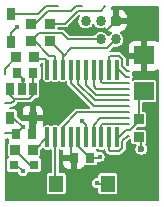
<source format=gtl>
%TF.GenerationSoftware,KiCad,Pcbnew,9.0.4*%
%TF.CreationDate,2025-10-01T23:03:38+01:00*%
%TF.ProjectId,vm_light_sensor,766d5f6c-6967-4687-945f-73656e736f72,0.4*%
%TF.SameCoordinates,PX510ff40PY47868c0*%
%TF.FileFunction,Copper,L1,Top*%
%TF.FilePolarity,Positive*%
%FSLAX45Y45*%
G04 Gerber Fmt 4.5, Leading zero omitted, Abs format (unit mm)*
G04 Created by KiCad (PCBNEW 9.0.4) date 2025-10-01 23:03:38*
%MOMM*%
%LPD*%
G01*
G04 APERTURE LIST*
G04 Aperture macros list*
%AMRoundRect*
0 Rectangle with rounded corners*
0 $1 Rounding radius*
0 $2 $3 $4 $5 $6 $7 $8 $9 X,Y pos of 4 corners*
0 Add a 4 corners polygon primitive as box body*
4,1,4,$2,$3,$4,$5,$6,$7,$8,$9,$2,$3,0*
0 Add four circle primitives for the rounded corners*
1,1,$1+$1,$2,$3*
1,1,$1+$1,$4,$5*
1,1,$1+$1,$6,$7*
1,1,$1+$1,$8,$9*
0 Add four rect primitives between the rounded corners*
20,1,$1+$1,$2,$3,$4,$5,0*
20,1,$1+$1,$4,$5,$6,$7,0*
20,1,$1+$1,$6,$7,$8,$9,0*
20,1,$1+$1,$8,$9,$2,$3,0*%
G04 Aperture macros list end*
%TA.AperFunction,SMDPad,CuDef*%
%ADD10C,0.125000*%
%TD*%
%TA.AperFunction,ComponentPad*%
%ADD11RoundRect,0.172720X-0.259080X-0.259080X0.259080X-0.259080X0.259080X0.259080X-0.259080X0.259080X0*%
%TD*%
%TA.AperFunction,ComponentPad*%
%ADD12C,0.863600*%
%TD*%
%TA.AperFunction,SMDPad,CuDef*%
%ADD13R,0.860000X0.810000*%
%TD*%
%TA.AperFunction,SMDPad,CuDef*%
%ADD14R,0.700000X1.000000*%
%TD*%
%TA.AperFunction,SMDPad,CuDef*%
%ADD15R,0.800000X0.800000*%
%TD*%
%TA.AperFunction,SMDPad,CuDef*%
%ADD16R,0.800000X0.900000*%
%TD*%
%TA.AperFunction,SMDPad,CuDef*%
%ADD17O,0.360000X1.740000*%
%TD*%
%TA.AperFunction,SMDPad,CuDef*%
%ADD18R,1.230000X1.360000*%
%TD*%
%TA.AperFunction,SMDPad,CuDef*%
%ADD19R,1.800000X1.630000*%
%TD*%
%TA.AperFunction,SMDPad,CuDef*%
%ADD20R,0.810000X0.860000*%
%TD*%
%TA.AperFunction,SMDPad,CuDef*%
%ADD21R,0.750000X1.000000*%
%TD*%
%TA.AperFunction,ViaPad*%
%ADD22C,0.450000*%
%TD*%
%TA.AperFunction,ViaPad*%
%ADD23C,0.600000*%
%TD*%
%TA.AperFunction,Conductor*%
%ADD24C,0.200000*%
%TD*%
G04 APERTURE END LIST*
D10*
%TO.P,GS5,1,SWDIO~^*%
%TO.N,Net-(GS5-SWDIO~^)*%
X200000Y825000D03*
%TD*%
%TO.P,GS3,1,JD_DATA*%
%TO.N,Net-(GS3-JD_DATA)*%
X-650000Y250000D03*
%TD*%
D11*
%TO.P,J1,1,Vcc*%
%TO.N,+3V3*%
X287500Y700000D03*
D12*
%TO.P,J1,2,SWDIO*%
%TO.N,/SWDIO*%
X287500Y542520D03*
%TO.P,J1,3,GND*%
%TO.N,GND*%
X160500Y700000D03*
%TO.P,J1,4,SWDCLK*%
%TO.N,/SWCLK*%
X160500Y542520D03*
%TO.P,J1,5,~{RESET}*%
%TO.N,/nRESET*%
X33500Y700000D03*
%TD*%
D13*
%TO.P,R7,1*%
%TO.N,/SWDIO*%
X-270000Y525000D03*
%TO.P,R7,2*%
%TO.N,Net-(GS5-SWDIO~^)*%
X-270000Y675000D03*
%TD*%
D10*
%TO.P,GS4,1,SWCLK*%
%TO.N,Net-(GS4-SWCLK)*%
X0Y825000D03*
%TD*%
D14*
%TO.P,U2,1,IN*%
%TO.N,JD_PWR*%
X-415000Y120000D03*
%TO.P,U2,2,GND*%
%TO.N,GND*%
X-510000Y120000D03*
%TO.P,U2,3,EN*%
%TO.N,JD_PWR*%
X-605000Y120000D03*
%TO.P,U2,4,N/C*%
%TO.N,GND*%
X-605000Y-120000D03*
%TO.P,U2,5,OUT*%
%TO.N,+3V3*%
X-415000Y-120000D03*
%TD*%
D10*
%TO.P,GS6,1,RESET*%
%TO.N,Net-(D2-K)*%
X-200000Y825000D03*
%TD*%
D15*
%TO.P,D1,1*%
%TO.N,Net-(D1-Pad1)*%
X-405000Y-520000D03*
%TO.P,D1,2*%
%TO.N,GND*%
X-575000Y-520000D03*
%TD*%
D13*
%TO.P,R6,1*%
%TO.N,/SWCLK*%
X-430000Y525000D03*
%TO.P,R6,2*%
%TO.N,Net-(GS4-SWCLK)*%
X-430000Y675000D03*
%TD*%
D16*
%TO.P,C3,1*%
%TO.N,+3V3*%
X-420000Y-260000D03*
%TO.P,C3,2*%
%TO.N,GND*%
X-560000Y-260000D03*
%TD*%
D17*
%TO.P,U1,1,PB7/PB8*%
%TO.N,/JD_STATUS*%
X-291000Y-287000D03*
%TO.P,U1,2,PB9/PC14-OSC32_IN*%
%TO.N,/nFLASH*%
X-226000Y-287000D03*
%TO.P,U1,3,PC15-OSC32_OUT*%
%TO.N,unconnected-(U1-PC15-OSC32_OUT-Pad3)*%
X-161000Y-287000D03*
%TO.P,U1,4,VDD/VDDA*%
%TO.N,+3V3*%
X-96000Y-287000D03*
%TO.P,U1,5,VSS/VSSA*%
%TO.N,GND*%
X-30000Y-287000D03*
%TO.P,U1,6,NRST*%
%TO.N,/nRESET*%
X35000Y-287000D03*
%TO.P,U1,7,PA0*%
%TO.N,unconnected-(U1-PA0-Pad7)*%
X100000Y-287000D03*
%TO.P,U1,8,PA1*%
%TO.N,unconnected-(U1-PA1-Pad8)*%
X165000Y-287000D03*
%TO.P,U1,9,PA2*%
%TO.N,unconnected-(U1-PA2-Pad9)*%
X230000Y-287000D03*
%TO.P,U1,10,PA3*%
%TO.N,/LIGHT_LEVEL*%
X295000Y-287000D03*
%TO.P,U1,11,PA4*%
%TO.N,unconnected-(U1-PA4-Pad11)*%
X295000Y287000D03*
%TO.P,U1,12,PA5*%
%TO.N,unconnected-(U1-PA5-Pad12)*%
X230000Y287000D03*
%TO.P,U1,13,PA6*%
%TO.N,unconnected-(U1-PA6-Pad13)*%
X165000Y287000D03*
%TO.P,U1,14,PA7*%
%TO.N,unconnected-(U1-PA7-Pad14)*%
X100000Y287000D03*
%TO.P,U1,15,PB0/PB1/PB2/PA8*%
%TO.N,unconnected-(U1-PB0{slash}PB1{slash}PB2{slash}PA8-Pad15)*%
X35000Y287000D03*
%TO.P,U1,16,PA11[PA9]*%
%TO.N,unconnected-(U1-PA11[PA9]-Pad16)*%
X-30000Y287000D03*
%TO.P,U1,17,PA12[PA10]*%
%TO.N,unconnected-(U1-PA12[PA10]-Pad17)*%
X-96000Y287000D03*
%TO.P,U1,18,PA13*%
%TO.N,/SWDIO*%
X-161000Y287000D03*
%TO.P,U1,19,PA15/PA14-BOOT0*%
%TO.N,/SWCLK*%
X-226000Y287000D03*
%TO.P,U1,20,PB3/PB4/PB5/PB6*%
%TO.N,/JD_DATA_MCU*%
X-291000Y287000D03*
%TD*%
D18*
%TO.P,SW1,1,1*%
%TO.N,GND*%
X220000Y-680000D03*
%TO.P,SW1,2,2*%
%TO.N,/nFLASH*%
X-216000Y-680000D03*
%TD*%
D10*
%TO.P,GS2,1,GND*%
%TO.N,GND*%
X-650000Y-250000D03*
%TD*%
D19*
%TO.P,Q1,1,C*%
%TO.N,+3V3*%
X528000Y406000D03*
%TO.P,Q1,2,E*%
%TO.N,/LIGHT_LEVEL*%
X528000Y102000D03*
%TD*%
D20*
%TO.P,R5,1*%
%TO.N,/JD_DATA_MCU*%
X-405000Y390000D03*
%TO.P,R5,2*%
%TO.N,Net-(GS3-JD_DATA)*%
X-555000Y390000D03*
%TD*%
D13*
%TO.P,R2,1*%
%TO.N,GND*%
X483290Y-285000D03*
%TO.P,R2,2*%
%TO.N,/LIGHT_LEVEL*%
X483290Y-135000D03*
%TD*%
D16*
%TO.P,C1,1*%
%TO.N,+3V3*%
X-70000Y-460000D03*
%TO.P,C1,2*%
%TO.N,GND*%
X70000Y-460000D03*
%TD*%
D10*
%TO.P,GS1,1,JD_PWR*%
%TO.N,JD_PWR*%
X-650000Y0D03*
%TD*%
D16*
%TO.P,C2,1*%
%TO.N,JD_PWR*%
X-410000Y260000D03*
%TO.P,C2,2*%
%TO.N,GND*%
X-550000Y260000D03*
%TD*%
D20*
%TO.P,R1,1*%
%TO.N,/JD_STATUS*%
X-415000Y-390000D03*
%TO.P,R1,2*%
%TO.N,Net-(D1-Pad1)*%
X-565000Y-390000D03*
%TD*%
D21*
%TO.P,D2,1,K*%
%TO.N,Net-(D2-K)*%
X-600000Y757000D03*
%TO.P,D2,2,A*%
%TO.N,/nRESET*%
X-600000Y523000D03*
%TD*%
D22*
%TO.N,GND*%
X-500000Y200000D03*
X150000Y-450000D03*
X-500000Y-575000D03*
X125000Y-675000D03*
X-500000Y-200000D03*
D23*
X503290Y-385000D03*
D22*
%TO.N,+3V3*%
X-160000Y30000D03*
X-87500Y615800D03*
X-70000Y-600000D03*
%TO.N,/nRESET*%
X0Y-150000D03*
X-550000Y650000D03*
%TD*%
D24*
%TO.N,GND*%
X-500000Y200000D02*
X-500000Y210000D01*
X130000Y-680000D02*
X125000Y-675000D01*
X-605000Y-120000D02*
X-580000Y-120000D01*
X-500000Y-200000D02*
X-560000Y-260000D01*
X503290Y-305000D02*
X483290Y-285000D01*
X-580000Y-120000D02*
X-500000Y-200000D01*
X503290Y-385000D02*
X503290Y-305000D01*
X-500000Y130000D02*
X-510000Y120000D01*
X-555000Y-520000D02*
X-500000Y-575000D01*
X70000Y-460000D02*
X140000Y-460000D01*
X-30000Y-360000D02*
X70000Y-460000D01*
X-650000Y-250000D02*
X-570000Y-250000D01*
X-500000Y210000D02*
X-550000Y260000D01*
X-30000Y-287000D02*
X-30000Y-360000D01*
X-500000Y200000D02*
X-500000Y130000D01*
X-575000Y-520000D02*
X-555000Y-520000D01*
X-570000Y-250000D02*
X-560000Y-260000D01*
X220000Y-680000D02*
X130000Y-680000D01*
X140000Y-460000D02*
X150000Y-450000D01*
%TO.N,+3V3*%
X-415000Y-120000D02*
X-415000Y-255000D01*
X203300Y615800D02*
X-87500Y615800D01*
X287500Y700000D02*
X203300Y615800D01*
X-96000Y-434000D02*
X-70000Y-460000D01*
X-96000Y-287000D02*
X-96000Y-434000D01*
X-415000Y-255000D02*
X-420000Y-260000D01*
X-395000Y-115000D02*
X-395000Y-120000D01*
%TO.N,Net-(D1-Pad1)*%
X-435000Y-520000D02*
X-405000Y-520000D01*
X-565000Y-390000D02*
X-435000Y-520000D01*
%TO.N,/SWDIO*%
X211610Y466630D02*
X-88370Y466630D01*
X287500Y542520D02*
X211610Y466630D01*
X-270000Y525000D02*
X-161000Y416000D01*
X-88370Y466630D02*
X-161000Y394000D01*
X-161000Y394000D02*
X-161000Y287000D01*
X-161000Y416000D02*
X-161000Y287000D01*
%TO.N,/SWCLK*%
X-359400Y595600D02*
X-430000Y525000D01*
X-116766Y542520D02*
X160500Y542520D01*
X-226000Y394000D02*
X-226000Y287000D01*
X-275400Y404100D02*
X-236100Y404100D01*
X-396300Y525000D02*
X-275400Y404100D01*
X-410000Y525000D02*
X-396300Y525000D01*
X-236100Y404100D02*
X-226000Y394000D01*
X-169846Y595600D02*
X-359400Y595600D01*
X-169846Y595600D02*
X-116766Y542520D01*
%TO.N,/nRESET*%
X35000Y-287000D02*
X35000Y-185000D01*
X35000Y-185000D02*
X0Y-150000D01*
X-600000Y600000D02*
X-550000Y650000D01*
X-600000Y523000D02*
X-600000Y600000D01*
%TO.N,/JD_STATUS*%
X-415000Y-390000D02*
X-394000Y-390000D01*
X-394000Y-390000D02*
X-291000Y-287000D01*
%TO.N,/nFLASH*%
X-226000Y-287000D02*
X-226000Y-670000D01*
X-226000Y-670000D02*
X-216000Y-680000D01*
%TO.N,unconnected-(U1-PA5-Pad12)*%
X381569Y275000D02*
X400000Y275000D01*
X230000Y394000D02*
X240100Y404100D01*
X240100Y404100D02*
X314924Y404100D01*
X343100Y375924D02*
X343100Y313469D01*
X230000Y287000D02*
X230000Y394000D01*
X343100Y313469D02*
X381569Y275000D01*
X314924Y404100D02*
X343100Y375924D01*
%TO.N,unconnected-(U1-PC15-OSC32_OUT-Pad3)*%
X-40500Y-75000D02*
X400000Y-75000D01*
X-161000Y-287000D02*
X-161000Y-195500D01*
X-161000Y-195500D02*
X-40500Y-75000D01*
%TO.N,unconnected-(U1-PA2-Pad9)*%
X314924Y-404100D02*
X343100Y-375924D01*
X343100Y-375924D02*
X343100Y-319973D01*
X388073Y-275000D02*
X400000Y-275000D01*
X230000Y-287000D02*
X230000Y-394000D01*
X230000Y-394000D02*
X240100Y-404100D01*
X240100Y-404100D02*
X314924Y-404100D01*
X343100Y-319973D02*
X388073Y-275000D01*
%TO.N,unconnected-(U1-PA1-Pad8)*%
X319900Y-169900D02*
X325000Y-175000D01*
X165000Y-180000D02*
X175100Y-169900D01*
X175100Y-169900D02*
X319900Y-169900D01*
X325000Y-175000D02*
X400000Y-175000D01*
X165000Y-287000D02*
X165000Y-180000D01*
%TO.N,unconnected-(U1-PA11[PA9]-Pad16)*%
X-30000Y165000D02*
X110000Y25000D01*
X110000Y25000D02*
X400000Y25000D01*
X-30000Y287000D02*
X-30000Y165000D01*
%TO.N,unconnected-(U1-PB0{slash}PB1{slash}PB2{slash}PA8-Pad15)*%
X35000Y156710D02*
X116710Y75000D01*
X116710Y75000D02*
X400000Y75000D01*
X35000Y287000D02*
X35000Y156710D01*
%TO.N,unconnected-(U1-PA7-Pad14)*%
X100000Y148420D02*
X123420Y125000D01*
X123420Y125000D02*
X400000Y125000D01*
X100000Y287000D02*
X100000Y148420D01*
%TO.N,unconnected-(U1-PA6-Pad13)*%
X319900Y169900D02*
X325000Y175000D01*
X325000Y175000D02*
X400000Y175000D01*
X165000Y180000D02*
X175100Y169900D01*
X165000Y287000D02*
X165000Y180000D01*
X175100Y169900D02*
X319900Y169900D01*
%TO.N,unconnected-(U1-PA0-Pad7)*%
X100000Y-180000D02*
X155000Y-125000D01*
X100000Y-287000D02*
X100000Y-180000D01*
X155000Y-125000D02*
X400000Y-125000D01*
%TO.N,unconnected-(U1-PA12[PA10]-Pad17)*%
X-96000Y171000D02*
X100000Y-25000D01*
X100000Y-25000D02*
X400000Y-25000D01*
X-96000Y287000D02*
X-96000Y171000D01*
%TO.N,unconnected-(U1-PA4-Pad11)*%
X313000Y287000D02*
X375000Y225000D01*
X375000Y225000D02*
X400000Y225000D01*
X295000Y287000D02*
X313000Y287000D01*
%TO.N,JD_PWR*%
X-575100Y39900D02*
X-550000Y39900D01*
X-415000Y69800D02*
X-415000Y120000D01*
X-575100Y24900D02*
X-600000Y0D01*
X-444900Y39900D02*
X-415000Y69800D01*
X-415000Y120000D02*
X-415000Y255000D01*
X-575100Y39900D02*
X-575100Y24900D01*
X-605000Y120000D02*
X-605000Y69800D01*
X-605000Y69800D02*
X-575100Y39900D01*
X-550000Y39900D02*
X-444900Y39900D01*
X-415000Y255000D02*
X-410000Y260000D01*
X-650000Y0D02*
X-600000Y0D01*
%TO.N,Net-(GS3-JD_DATA)*%
X-650000Y295000D02*
X-650000Y250000D01*
X-555000Y390000D02*
X-650000Y295000D01*
%TO.N,/JD_DATA_MCU*%
X-300000Y370000D02*
X-300000Y296000D01*
X-309800Y379800D02*
X-300000Y370000D01*
X-394800Y379800D02*
X-309800Y379800D01*
X-300000Y296000D02*
X-291000Y287000D01*
X-405000Y390000D02*
X-394800Y379800D01*
%TO.N,Net-(D2-K)*%
X-304527Y825000D02*
X-200000Y825000D01*
X-372527Y757000D02*
X-304527Y825000D01*
X-600000Y757000D02*
X-372527Y757000D01*
%TO.N,Net-(GS4-SWCLK)*%
X-430000Y675000D02*
X-397959Y675000D01*
X-397959Y675000D02*
X-288059Y784900D01*
X-49451Y825000D02*
X0Y825000D01*
X-89551Y784900D02*
X-49451Y825000D01*
X-288059Y784900D02*
X-89551Y784900D01*
%TO.N,Net-(GS5-SWDIO~^)*%
X-270000Y675000D02*
X-142882Y675000D01*
X-142882Y675000D02*
X-32982Y784900D01*
X159900Y784900D02*
X200000Y825000D01*
X-32982Y784900D02*
X159900Y784900D01*
%TO.N,/LIGHT_LEVEL*%
X375000Y-225000D02*
X406710Y-225000D01*
X313000Y-287000D02*
X375000Y-225000D01*
X483290Y-148420D02*
X483290Y-135000D01*
X483290Y-135000D02*
X483290Y60000D01*
X295000Y-287000D02*
X313000Y-287000D01*
X406710Y-225000D02*
X483290Y-148420D01*
X483290Y60000D02*
X528290Y105000D01*
%TD*%
%TA.AperFunction,Conductor*%
%TO.N,+3V3*%
G36*
X647783Y822783D02*
G01*
X649950Y817550D01*
X649950Y524086D01*
X647783Y518854D01*
X642550Y516686D01*
X638115Y518162D01*
X633209Y521835D01*
X633209Y521835D01*
X619738Y526860D01*
X619738Y526860D01*
X613783Y527500D01*
X553000Y527500D01*
X553000Y278500D01*
X613783Y278500D01*
X619738Y279140D01*
X619738Y279140D01*
X633209Y284165D01*
X633209Y284165D01*
X638115Y287838D01*
X643603Y289238D01*
X648474Y286349D01*
X649950Y281914D01*
X649950Y-817550D01*
X647783Y-822783D01*
X642550Y-824950D01*
X-642550Y-824950D01*
X-647783Y-822783D01*
X-649950Y-817550D01*
X-649950Y-306914D01*
X-647783Y-301682D01*
X-643921Y-299778D01*
X-643942Y-299698D01*
X-643540Y-299590D01*
X-643515Y-299578D01*
X-643475Y-299572D01*
X-643474Y-299572D01*
X-630866Y-296194D01*
X-630865Y-296194D01*
X-630418Y-296008D01*
X-630318Y-296249D01*
X-625536Y-295618D01*
X-621042Y-299065D01*
X-620050Y-302767D01*
X-620050Y-306975D01*
X-618887Y-312823D01*
X-614218Y-319811D01*
X-613113Y-325366D01*
X-616259Y-330075D01*
X-619955Y-332545D01*
X-619955Y-332545D01*
X-624387Y-339177D01*
X-624387Y-339177D01*
X-625550Y-345025D01*
X-625550Y-434975D01*
X-625059Y-437444D01*
X-624387Y-440823D01*
X-623302Y-442447D01*
X-619955Y-447455D01*
X-619716Y-447615D01*
X-619556Y-447854D01*
X-619440Y-447970D01*
X-619463Y-447993D01*
X-616569Y-452324D01*
X-617674Y-457879D01*
X-622383Y-461026D01*
X-622500Y-461049D01*
X-622823Y-461113D01*
X-629455Y-465545D01*
X-629455Y-465545D01*
X-633887Y-472177D01*
X-635050Y-478025D01*
X-635050Y-561975D01*
X-633887Y-567823D01*
X-630939Y-572234D01*
X-629455Y-574455D01*
X-625044Y-577403D01*
X-622823Y-578887D01*
X-622823Y-578887D01*
X-622823Y-578887D01*
X-616975Y-580050D01*
X-548376Y-580050D01*
X-543144Y-582217D01*
X-541228Y-585535D01*
X-539651Y-591423D01*
X-539650Y-591424D01*
X-538675Y-593113D01*
X-534049Y-601126D01*
X-526126Y-609049D01*
X-516424Y-614650D01*
X-505602Y-617550D01*
X-505602Y-617550D01*
X-505602Y-617550D01*
X-494398Y-617550D01*
X-494398Y-617550D01*
X-483576Y-614650D01*
X-473874Y-609049D01*
X-465951Y-601126D01*
X-460350Y-591424D01*
X-458573Y-584794D01*
X-455126Y-580301D01*
X-449982Y-579452D01*
X-446975Y-580050D01*
X-446975Y-580050D01*
X-363025Y-580050D01*
X-363025Y-580050D01*
X-357177Y-578887D01*
X-350545Y-574455D01*
X-346113Y-567823D01*
X-344950Y-561975D01*
X-344950Y-478025D01*
X-346113Y-472177D01*
X-350545Y-465545D01*
X-352766Y-464061D01*
X-357177Y-461113D01*
X-357177Y-461113D01*
X-357462Y-461056D01*
X-357617Y-461026D01*
X-362326Y-457879D01*
X-363431Y-452324D01*
X-360537Y-447993D01*
X-360560Y-447970D01*
X-360444Y-447854D01*
X-360284Y-447615D01*
X-360045Y-447455D01*
X-355613Y-440823D01*
X-354450Y-434975D01*
X-354450Y-396012D01*
X-352283Y-390780D01*
X-335374Y-373871D01*
X-330142Y-371704D01*
X-324909Y-373871D01*
X-323733Y-375404D01*
X-321998Y-378410D01*
X-321448Y-379363D01*
X-314363Y-386448D01*
X-305687Y-391457D01*
X-296010Y-394050D01*
X-296010Y-394050D01*
X-296009Y-394050D01*
X-285990Y-394050D01*
X-285990Y-394050D01*
X-276313Y-391457D01*
X-269499Y-387522D01*
X-267217Y-386205D01*
X-267072Y-386456D01*
X-262487Y-385225D01*
X-257581Y-388055D01*
X-256050Y-392562D01*
X-256050Y-584550D01*
X-258217Y-589783D01*
X-263450Y-591950D01*
X-279475Y-591950D01*
X-282399Y-592532D01*
X-285323Y-593113D01*
X-291955Y-597545D01*
X-291955Y-597545D01*
X-296387Y-604177D01*
X-297550Y-610025D01*
X-297550Y-749975D01*
X-296387Y-755823D01*
X-293439Y-760234D01*
X-291955Y-762455D01*
X-287544Y-765403D01*
X-285323Y-766887D01*
X-285323Y-766887D01*
X-285323Y-766887D01*
X-279475Y-768050D01*
X-279475Y-768050D01*
X-152525Y-768050D01*
X-152525Y-768050D01*
X-146677Y-766887D01*
X-140045Y-762455D01*
X-135613Y-755823D01*
X-134450Y-749975D01*
X-134450Y-669398D01*
X82450Y-669398D01*
X82450Y-680602D01*
X85350Y-691423D01*
X85350Y-691424D01*
X85350Y-691424D01*
X90951Y-701126D01*
X98874Y-709048D01*
X108576Y-714650D01*
X119398Y-717550D01*
X119398Y-717550D01*
X131050Y-717550D01*
X136283Y-719717D01*
X138450Y-724950D01*
X138450Y-749975D01*
X139613Y-755823D01*
X142561Y-760234D01*
X144045Y-762455D01*
X148456Y-765403D01*
X150677Y-766887D01*
X150677Y-766887D01*
X150677Y-766887D01*
X156525Y-768050D01*
X156525Y-768050D01*
X283475Y-768050D01*
X283475Y-768050D01*
X289323Y-766887D01*
X295955Y-762455D01*
X300387Y-755823D01*
X301550Y-749975D01*
X301550Y-610025D01*
X300387Y-604177D01*
X295955Y-597545D01*
X293734Y-596061D01*
X289323Y-593113D01*
X289323Y-593113D01*
X286399Y-592532D01*
X283475Y-591950D01*
X156525Y-591950D01*
X153601Y-592532D01*
X150677Y-593113D01*
X144045Y-597545D01*
X144045Y-597545D01*
X139613Y-604177D01*
X138450Y-610025D01*
X138450Y-625050D01*
X136283Y-630283D01*
X131050Y-632450D01*
X119398Y-632450D01*
X108577Y-635350D01*
X108576Y-635350D01*
X98874Y-640952D01*
X90951Y-648874D01*
X85350Y-658576D01*
X85350Y-658577D01*
X82450Y-669398D01*
X-134450Y-669398D01*
X-134450Y-610025D01*
X-135613Y-604177D01*
X-140045Y-597545D01*
X-142266Y-596061D01*
X-146677Y-593113D01*
X-146677Y-593113D01*
X-149601Y-592532D01*
X-152525Y-591950D01*
X-152525Y-591950D01*
X-188550Y-591950D01*
X-193783Y-589783D01*
X-195950Y-584550D01*
X-195950Y-509783D01*
X-160000Y-509783D01*
X-159360Y-515737D01*
X-159360Y-515738D01*
X-154336Y-529209D01*
X-154335Y-529209D01*
X-145719Y-540719D01*
X-134209Y-549335D01*
X-134209Y-549335D01*
X-120738Y-554360D01*
X-120738Y-554360D01*
X-114783Y-555000D01*
X-95000Y-555000D01*
X-95000Y-485000D01*
X-160000Y-485000D01*
X-160000Y-509783D01*
X-195950Y-509783D01*
X-195950Y-392562D01*
X-193783Y-387330D01*
X-188550Y-385162D01*
X-184898Y-386403D01*
X-184783Y-386205D01*
X-182501Y-387522D01*
X-175687Y-391457D01*
X-166009Y-394050D01*
X-166009Y-394050D01*
X-165529Y-394113D01*
X-165556Y-394320D01*
X-160976Y-396217D01*
X-158809Y-401450D01*
X-159275Y-404036D01*
X-159360Y-404262D01*
X-160000Y-410217D01*
X-160000Y-435000D01*
X-77400Y-435000D01*
X-72167Y-437167D01*
X-70000Y-442400D01*
X-70000Y-460000D01*
X-52400Y-460000D01*
X-47167Y-462167D01*
X-45000Y-467400D01*
X-45000Y-555000D01*
X-25217Y-555000D01*
X-19263Y-554360D01*
X-19262Y-554360D01*
X-5791Y-549335D01*
X-5791Y-549335D01*
X5719Y-540719D01*
X14335Y-529209D01*
X14524Y-528703D01*
X18383Y-524558D01*
X22901Y-524031D01*
X28025Y-525050D01*
X28025Y-525050D01*
X111975Y-525050D01*
X111975Y-525050D01*
X117823Y-523887D01*
X124455Y-519455D01*
X128887Y-512823D01*
X130050Y-506975D01*
X130050Y-498349D01*
X132217Y-493117D01*
X137450Y-490949D01*
X139365Y-491201D01*
X142999Y-492175D01*
X144398Y-492550D01*
X144398Y-492550D01*
X144398Y-492550D01*
X155602Y-492550D01*
X155602Y-492550D01*
X166424Y-489650D01*
X176126Y-484048D01*
X184048Y-476126D01*
X189650Y-466424D01*
X192550Y-455602D01*
X192550Y-455602D01*
X192550Y-444398D01*
X192550Y-444398D01*
X191592Y-440823D01*
X189650Y-433576D01*
X184048Y-423874D01*
X176126Y-415951D01*
X170064Y-412451D01*
X166424Y-410350D01*
X166423Y-410349D01*
X160204Y-408683D01*
X160203Y-408683D01*
X155602Y-407450D01*
X144398Y-407450D01*
X136519Y-409561D01*
X135248Y-409394D01*
X134030Y-409791D01*
X132801Y-409072D01*
X130903Y-408822D01*
X128981Y-407224D01*
X128695Y-406891D01*
X124455Y-400545D01*
X121677Y-398688D01*
X121014Y-397913D01*
X120428Y-396117D01*
X119379Y-394546D01*
X119582Y-393521D01*
X119259Y-392529D01*
X120115Y-390844D01*
X120484Y-388991D01*
X121578Y-387966D01*
X121825Y-387480D01*
X122243Y-387344D01*
X122937Y-386694D01*
X123363Y-386448D01*
X127267Y-382543D01*
X132500Y-380376D01*
X137733Y-382543D01*
X141637Y-386448D01*
X150313Y-391457D01*
X154834Y-392668D01*
X159991Y-394050D01*
X162443Y-394050D01*
X170010Y-394050D01*
X170010Y-394050D01*
X179687Y-391457D01*
X186501Y-387522D01*
X188783Y-386205D01*
X188928Y-386456D01*
X193513Y-385225D01*
X198419Y-388055D01*
X199950Y-392562D01*
X199950Y-397956D01*
X201998Y-405599D01*
X203644Y-408451D01*
X203645Y-408451D01*
X205954Y-412451D01*
X221649Y-428146D01*
X228501Y-432102D01*
X236144Y-434150D01*
X236144Y-434150D01*
X318880Y-434150D01*
X318880Y-434150D01*
X326523Y-432102D01*
X333375Y-428146D01*
X338970Y-422551D01*
X367146Y-394375D01*
X368131Y-392668D01*
X368228Y-392501D01*
X370846Y-387966D01*
X371102Y-387523D01*
X373150Y-379880D01*
X373150Y-379880D01*
X373150Y-335485D01*
X375317Y-330252D01*
X398352Y-307217D01*
X401933Y-305237D01*
X402748Y-305050D01*
X403956Y-305050D01*
X411059Y-303147D01*
X411188Y-303117D01*
X413856Y-303569D01*
X416540Y-303922D01*
X416629Y-304038D01*
X416772Y-304062D01*
X418340Y-306268D01*
X419988Y-308415D01*
X420015Y-308625D01*
X420053Y-308679D01*
X420036Y-308781D01*
X420240Y-310331D01*
X420240Y-327475D01*
X421403Y-333323D01*
X422848Y-335485D01*
X425835Y-339955D01*
X428246Y-341566D01*
X432467Y-344387D01*
X432467Y-344387D01*
X432467Y-344387D01*
X438315Y-345550D01*
X455456Y-345550D01*
X460689Y-347717D01*
X462856Y-352950D01*
X461865Y-356650D01*
X456651Y-365681D01*
X456651Y-365682D01*
X453240Y-378410D01*
X453240Y-391589D01*
X456651Y-404318D01*
X456651Y-404319D01*
X460133Y-410350D01*
X463240Y-415731D01*
X472559Y-425050D01*
X483971Y-431639D01*
X496700Y-435050D01*
X496701Y-435050D01*
X496701Y-435050D01*
X509879Y-435050D01*
X509879Y-435050D01*
X522609Y-431639D01*
X534021Y-425050D01*
X543340Y-415731D01*
X549929Y-404319D01*
X553340Y-391589D01*
X553340Y-391589D01*
X553340Y-378411D01*
X553340Y-378410D01*
X552534Y-375404D01*
X549929Y-365681D01*
X543340Y-354269D01*
X540096Y-351025D01*
X537929Y-345792D01*
X540096Y-340560D01*
X540343Y-340357D01*
X540745Y-339956D01*
X540745Y-339955D01*
X545177Y-333323D01*
X546340Y-327475D01*
X546340Y-242525D01*
X545177Y-236677D01*
X540745Y-230045D01*
X537685Y-228000D01*
X534113Y-225613D01*
X534113Y-225613D01*
X531189Y-225032D01*
X528265Y-224450D01*
X528265Y-224450D01*
X467622Y-224450D01*
X462390Y-222283D01*
X460222Y-217050D01*
X462390Y-211817D01*
X476490Y-197717D01*
X481722Y-195550D01*
X528265Y-195550D01*
X528265Y-195550D01*
X534113Y-194387D01*
X540745Y-189955D01*
X545177Y-183323D01*
X546340Y-177475D01*
X546340Y-92525D01*
X545177Y-86677D01*
X540745Y-80045D01*
X538524Y-78561D01*
X534113Y-75613D01*
X534113Y-75613D01*
X531189Y-75032D01*
X528265Y-74450D01*
X528265Y-74450D01*
X520740Y-74450D01*
X515507Y-72283D01*
X513340Y-67050D01*
X513340Y3050D01*
X515507Y8283D01*
X520740Y10450D01*
X610975Y10450D01*
X610975Y10450D01*
X616823Y11613D01*
X623455Y16045D01*
X627887Y22677D01*
X629050Y28525D01*
X629050Y181475D01*
X627887Y187323D01*
X627571Y187795D01*
X626065Y190050D01*
X623455Y193955D01*
X620337Y196039D01*
X616823Y198387D01*
X616823Y198387D01*
X613509Y199046D01*
X610975Y199550D01*
X445025Y199550D01*
X442491Y199046D01*
X439177Y198387D01*
X432198Y193723D01*
X430081Y193302D01*
X428086Y192476D01*
X427386Y192766D01*
X426643Y192618D01*
X422854Y194643D01*
X422730Y194767D01*
X420562Y200000D01*
X422730Y205233D01*
X424046Y206549D01*
X428002Y213401D01*
X430050Y221044D01*
X430050Y221044D01*
X430050Y228956D01*
X430050Y228956D01*
X428002Y236599D01*
X428002Y236599D01*
X425668Y240641D01*
X424046Y243451D01*
X422730Y244767D01*
X420562Y250000D01*
X422730Y255233D01*
X424046Y256549D01*
X428002Y263401D01*
X430050Y271044D01*
X430050Y271044D01*
X430050Y271570D01*
X432217Y276803D01*
X437450Y278970D01*
X438241Y278928D01*
X442217Y278500D01*
X503000Y278500D01*
X503000Y378000D01*
X397000Y378000D01*
X397000Y323717D01*
X397366Y320314D01*
X397247Y319911D01*
X397408Y319523D01*
X396465Y317245D01*
X395770Y314879D01*
X395402Y314678D01*
X395241Y314290D01*
X392963Y313347D01*
X390799Y312165D01*
X390396Y312283D01*
X390008Y312123D01*
X387730Y313066D01*
X385365Y313761D01*
X384776Y314290D01*
X375317Y323748D01*
X373150Y328981D01*
X373150Y379880D01*
X373150Y379880D01*
X371102Y387522D01*
X371102Y387523D01*
X367146Y394375D01*
X333375Y428146D01*
X326523Y432102D01*
X326522Y432102D01*
X318880Y434150D01*
X318880Y434150D01*
X244056Y434150D01*
X239492Y434150D01*
X234260Y436317D01*
X232092Y441550D01*
X234260Y446783D01*
X235656Y448179D01*
X242694Y455217D01*
X266377Y478900D01*
X271609Y481067D01*
X273052Y480925D01*
X281272Y479290D01*
X281273Y479290D01*
X293728Y479290D01*
X293728Y479290D01*
X305944Y481720D01*
X307303Y482283D01*
X397000Y482283D01*
X397000Y428000D01*
X503000Y428000D01*
X503000Y527500D01*
X442217Y527500D01*
X436262Y526860D01*
X436262Y526860D01*
X422791Y521835D01*
X422791Y521835D01*
X411281Y513219D01*
X402665Y501709D01*
X402664Y501709D01*
X397640Y488238D01*
X397640Y488238D01*
X397000Y482283D01*
X307303Y482283D01*
X317451Y486486D01*
X327807Y493406D01*
X336614Y502213D01*
X343534Y512569D01*
X348300Y524076D01*
X350730Y536292D01*
X350730Y548748D01*
X348300Y560964D01*
X346400Y565550D01*
X343534Y572470D01*
X343467Y572570D01*
X336614Y582827D01*
X327807Y591634D01*
X327806Y591634D01*
X327806Y591634D01*
X323867Y594266D01*
X320721Y598975D01*
X321826Y604530D01*
X325777Y607484D01*
X341220Y612296D01*
X355201Y620748D01*
X366752Y632299D01*
X375204Y646280D01*
X380064Y661876D01*
X380064Y661877D01*
X380680Y668654D01*
X380680Y668655D01*
X380680Y675000D01*
X300079Y675000D01*
X304656Y677642D01*
X309858Y682844D01*
X313536Y689216D01*
X315440Y696322D01*
X315440Y703678D01*
X313536Y710784D01*
X309858Y717156D01*
X304656Y722358D01*
X300079Y725000D01*
X312500Y725000D01*
X380680Y725000D01*
X380680Y731345D01*
X380680Y731346D01*
X380064Y738123D01*
X380064Y738124D01*
X375204Y753720D01*
X366752Y767701D01*
X355201Y779252D01*
X341220Y787704D01*
X325624Y792564D01*
X325623Y792564D01*
X318846Y793180D01*
X312500Y793180D01*
X312500Y725000D01*
X300079Y725000D01*
X298284Y726036D01*
X291178Y727940D01*
X283822Y727940D01*
X276716Y726036D01*
X270344Y722358D01*
X265142Y717156D01*
X262500Y712579D01*
X262500Y793180D01*
X256153Y793180D01*
X251867Y792790D01*
X246460Y794475D01*
X243828Y799490D01*
X244789Y803860D01*
X246194Y806294D01*
X249572Y818901D01*
X249572Y818902D01*
X249698Y819370D01*
X249973Y819296D01*
X252351Y823419D01*
X256858Y824950D01*
X642550Y824950D01*
X647783Y822783D01*
G37*
%TD.AperFunction*%
%TA.AperFunction,Conductor*%
G36*
X-331297Y346397D02*
G01*
X-330050Y342286D01*
X-330050Y292044D01*
X-329302Y289253D01*
X-329050Y287338D01*
X-329050Y212990D01*
X-326457Y203313D01*
X-321451Y194643D01*
X-321448Y194637D01*
X-314363Y187552D01*
X-305687Y182543D01*
X-296010Y179950D01*
X-296010Y179950D01*
X-296009Y179950D01*
X-285990Y179950D01*
X-285990Y179950D01*
X-276313Y182543D01*
X-267637Y187552D01*
X-263733Y191457D01*
X-258500Y193624D01*
X-253267Y191457D01*
X-249363Y187552D01*
X-240687Y182543D01*
X-231010Y179950D01*
X-231010Y179950D01*
X-231009Y179950D01*
X-220990Y179950D01*
X-220990Y179950D01*
X-211313Y182543D01*
X-202637Y187552D01*
X-198733Y191457D01*
X-193500Y193624D01*
X-188267Y191457D01*
X-184363Y187552D01*
X-175687Y182543D01*
X-166010Y179950D01*
X-166010Y179950D01*
X-166009Y179950D01*
X-155990Y179950D01*
X-155990Y179950D01*
X-146313Y182543D01*
X-139215Y186641D01*
X-137217Y187795D01*
X-137072Y187544D01*
X-132487Y188775D01*
X-127581Y185945D01*
X-126050Y181438D01*
X-126050Y167044D01*
X-124002Y159402D01*
X-124002Y159401D01*
X-124002Y159401D01*
X-122876Y157450D01*
X-122875Y157450D01*
X-120046Y152549D01*
X64820Y-32317D01*
X66988Y-37550D01*
X64820Y-42783D01*
X59588Y-44950D01*
X-44456Y-44950D01*
X-52099Y-46998D01*
X-52099Y-46998D01*
X-57212Y-49950D01*
X-58951Y-50954D01*
X-185046Y-177049D01*
X-189002Y-183901D01*
X-189002Y-183901D01*
X-189338Y-185154D01*
X-192786Y-189647D01*
X-198401Y-190386D01*
X-201718Y-188471D01*
X-202637Y-187552D01*
X-211313Y-182543D01*
X-211313Y-182543D01*
X-220990Y-179950D01*
X-220991Y-179950D01*
X-231009Y-179950D01*
X-231010Y-179950D01*
X-240687Y-182543D01*
X-249363Y-187552D01*
X-253267Y-191457D01*
X-258500Y-193624D01*
X-263733Y-191457D01*
X-267637Y-187552D01*
X-276314Y-182543D01*
X-276313Y-182543D01*
X-285990Y-179950D01*
X-285991Y-179950D01*
X-296009Y-179950D01*
X-296010Y-179950D01*
X-305687Y-182543D01*
X-314363Y-187552D01*
X-314364Y-187553D01*
X-320323Y-193512D01*
X-325555Y-195679D01*
X-330788Y-193511D01*
X-332955Y-188279D01*
X-332489Y-185693D01*
X-330640Y-180738D01*
X-330640Y-180737D01*
X-330000Y-174783D01*
X-330000Y-145000D01*
X-390000Y-145000D01*
X-390000Y-220600D01*
X-392167Y-225833D01*
X-393303Y-226303D01*
X-395000Y-228000D01*
X-395000Y-252600D01*
X-397167Y-257833D01*
X-402400Y-260000D01*
X-437600Y-260000D01*
X-442833Y-257833D01*
X-445000Y-252600D01*
X-445000Y-164400D01*
X-442833Y-159167D01*
X-441697Y-158697D01*
X-440000Y-157000D01*
X-440000Y-145000D01*
X-500000Y-145000D01*
X-501019Y-146019D01*
X-506252Y-148186D01*
X-511484Y-146019D01*
X-547783Y-109720D01*
X-549950Y-104488D01*
X-549950Y-68025D01*
X-550261Y-66463D01*
X-550509Y-65217D01*
X-500000Y-65217D01*
X-500000Y-95000D01*
X-440000Y-95000D01*
X-390000Y-95000D01*
X-330000Y-95000D01*
X-330000Y-65217D01*
X-330640Y-59262D01*
X-330640Y-59262D01*
X-335665Y-45791D01*
X-335665Y-45791D01*
X-344281Y-34281D01*
X-355791Y-25665D01*
X-355791Y-25664D01*
X-369262Y-20640D01*
X-369262Y-20640D01*
X-375217Y-20000D01*
X-390000Y-20000D01*
X-390000Y-95000D01*
X-440000Y-95000D01*
X-440000Y-20000D01*
X-454783Y-20000D01*
X-460738Y-20640D01*
X-460738Y-20640D01*
X-474209Y-25664D01*
X-474209Y-25665D01*
X-485719Y-34281D01*
X-494335Y-45791D01*
X-494335Y-45791D01*
X-499360Y-59262D01*
X-499360Y-59262D01*
X-500000Y-65217D01*
X-550509Y-65217D01*
X-550604Y-64737D01*
X-551113Y-62177D01*
X-555545Y-55545D01*
X-560050Y-52534D01*
X-562177Y-51113D01*
X-562177Y-51113D01*
X-565101Y-50532D01*
X-568025Y-49950D01*
X-612407Y-49950D01*
X-617639Y-47783D01*
X-619807Y-42550D01*
X-617639Y-37317D01*
X-612539Y-32217D01*
X-607307Y-30050D01*
X-596044Y-30050D01*
X-596044Y-30050D01*
X-588401Y-28002D01*
X-581549Y-24046D01*
X-575954Y-18451D01*
X-551054Y6449D01*
X-551054Y6449D01*
X-550759Y6834D01*
X-550547Y6671D01*
X-546734Y9598D01*
X-544818Y9850D01*
X-440944Y9850D01*
X-440944Y9850D01*
X-433301Y11898D01*
X-426449Y15854D01*
X-420854Y21449D01*
X-394520Y47783D01*
X-389288Y49950D01*
X-378025Y49950D01*
X-378025Y49950D01*
X-372177Y51113D01*
X-365545Y55545D01*
X-361113Y62177D01*
X-359950Y68025D01*
X-359950Y171975D01*
X-361113Y177823D01*
X-363553Y181475D01*
X-365906Y184996D01*
X-367011Y190551D01*
X-363865Y195260D01*
X-362585Y195944D01*
X-362177Y196113D01*
X-362177Y196113D01*
X-355545Y200545D01*
X-351113Y207177D01*
X-349950Y213025D01*
X-349950Y306975D01*
X-351113Y312823D01*
X-355545Y319455D01*
X-355545Y319455D01*
X-355783Y319811D01*
X-356888Y325366D01*
X-353741Y330075D01*
X-350045Y332545D01*
X-345613Y339177D01*
X-344708Y343729D01*
X-341561Y348439D01*
X-336006Y349543D01*
X-331297Y346397D01*
G37*
%TD.AperFunction*%
%TA.AperFunction,Conductor*%
G36*
X-19081Y745839D02*
G01*
X-16914Y740606D01*
X-18161Y736495D01*
X-22534Y729950D01*
X-27300Y718444D01*
X-27300Y718443D01*
X-29730Y706228D01*
X-29730Y693773D01*
X-27300Y681557D01*
X-27300Y681556D01*
X-22534Y670050D01*
X-16117Y660446D01*
X-15614Y659693D01*
X-6807Y650886D01*
X3549Y643966D01*
X3549Y643966D01*
X3550Y643966D01*
X7202Y642454D01*
X15056Y639200D01*
X27272Y636770D01*
X27272Y636770D01*
X39728Y636770D01*
X39728Y636770D01*
X51943Y639200D01*
X63451Y643966D01*
X73807Y650886D01*
X82614Y659693D01*
X89534Y670049D01*
X90163Y671570D01*
X94168Y675574D01*
X99832Y675574D01*
X103836Y671570D01*
X104466Y670050D01*
X104466Y670049D01*
X110883Y660446D01*
X111386Y659693D01*
X120193Y650886D01*
X130549Y643966D01*
X130549Y643966D01*
X130550Y643966D01*
X134202Y642454D01*
X142057Y639200D01*
X154272Y636770D01*
X154273Y636770D01*
X166728Y636770D01*
X166728Y636770D01*
X178943Y639200D01*
X186798Y642454D01*
X190450Y643966D01*
X190450Y643966D01*
X190451Y643966D01*
X191665Y644778D01*
X197220Y645883D01*
X201929Y642737D01*
X202109Y642454D01*
X208248Y632299D01*
X219799Y620748D01*
X233780Y612296D01*
X249223Y607484D01*
X253574Y603858D01*
X254086Y598218D01*
X251133Y594266D01*
X247194Y591634D01*
X247193Y591634D01*
X238386Y582826D01*
X231466Y572471D01*
X230837Y570951D01*
X226832Y566946D01*
X221168Y566946D01*
X217163Y570951D01*
X216534Y572471D01*
X209614Y582826D01*
X209614Y582827D01*
X200807Y591634D01*
X199340Y592614D01*
X190450Y598554D01*
X178944Y603320D01*
X178943Y603320D01*
X169740Y605151D01*
X166728Y605750D01*
X154272Y605750D01*
X151923Y605283D01*
X142057Y603320D01*
X142056Y603320D01*
X130550Y598554D01*
X120194Y591634D01*
X111386Y582826D01*
X109467Y579955D01*
X106730Y575859D01*
X102021Y572712D01*
X100577Y572570D01*
X-101254Y572570D01*
X-106487Y574737D01*
X-151395Y619646D01*
X-158247Y623602D01*
X-158248Y623602D01*
X-165890Y625650D01*
X-165890Y625650D01*
X-199550Y625650D01*
X-204783Y627817D01*
X-206950Y633050D01*
X-206950Y637550D01*
X-204783Y642783D01*
X-199550Y644950D01*
X-138926Y644950D01*
X-138926Y644950D01*
X-131283Y646998D01*
X-124431Y650954D01*
X-118836Y656549D01*
X-29546Y745839D01*
X-24314Y748006D01*
X-19081Y745839D01*
G37*
%TD.AperFunction*%
%TD*%
M02*

</source>
